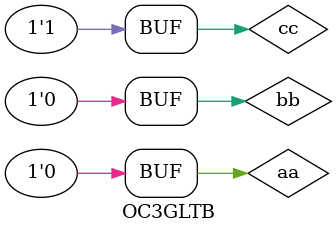
<source format=v>
`timescale 1ns/1ns

module OC3GLTB ();
  reg aa,bb,cc;
  wire yy0,yy1,uu0,uu1;
  OC3GL uut (aa,bb,cc,yy0,yy1);
  OC3SL uut2 (aa,bb,cc,uu0,uu1);
  initial begin
    aa = 0;
    bb = 0;
    cc = 0;
    #150 aa = 1;
    #50 bb = 1;
    #50 aa = 0;
    #50 cc = 1;
    #50 aa = 1;
    #50 bb = 0;
    #50 aa = 0;
  end
endmodule
</source>
